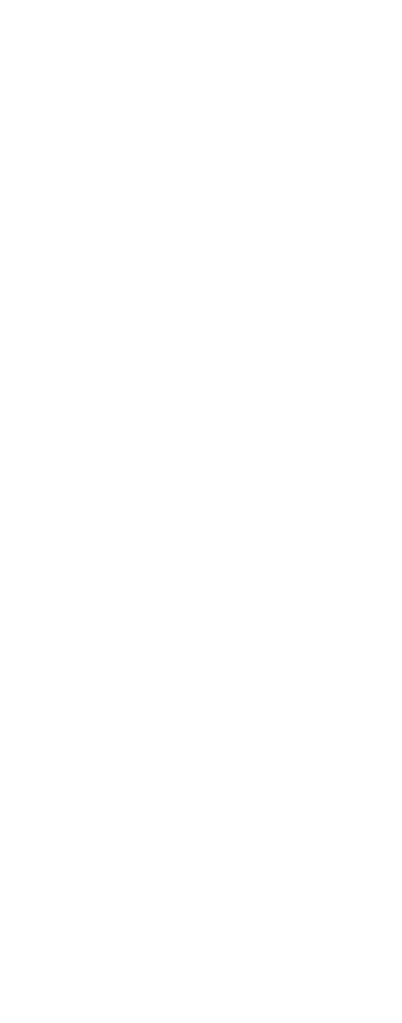
<source format=kicad_pcb>
(kicad_pcb (version 20171130) (host pcbnew "(5.0.1)-4")

  (general
    (thickness 1.6)
    (drawings 42)
    (tracks 0)
    (zones 0)
    (modules 0)
    (nets 1)
  )

  (page A4)
  (layers
    (0 F.Cu signal)
    (31 B.Cu signal)
    (32 B.Adhes user)
    (33 F.Adhes user)
    (34 B.Paste user)
    (35 F.Paste user)
    (36 B.SilkS user)
    (37 F.SilkS user)
    (38 B.Mask user)
    (39 F.Mask user)
    (40 Dwgs.User user)
    (41 Cmts.User user)
    (42 Eco1.User user)
    (43 Eco2.User user)
    (44 Edge.Cuts user)
    (45 Margin user)
    (46 B.CrtYd user)
    (47 F.CrtYd user)
    (48 B.Fab user)
    (49 F.Fab user)
  )

  (setup
    (last_trace_width 0.25)
    (trace_clearance 0.2)
    (zone_clearance 0.508)
    (zone_45_only no)
    (trace_min 0.2)
    (segment_width 0.2)
    (edge_width 0.2)
    (via_size 0.8)
    (via_drill 0.4)
    (via_min_size 0.4)
    (via_min_drill 0.3)
    (uvia_size 0.3)
    (uvia_drill 0.1)
    (uvias_allowed no)
    (uvia_min_size 0.2)
    (uvia_min_drill 0.1)
    (pcb_text_width 0.3)
    (pcb_text_size 1.5 1.5)
    (mod_edge_width 0.15)
    (mod_text_size 1 1)
    (mod_text_width 0.15)
    (pad_size 1.524 1.524)
    (pad_drill 0.762)
    (pad_to_mask_clearance 0.051)
    (solder_mask_min_width 0.25)
    (aux_axis_origin 0 0)
    (visible_elements 7FFFFFFF)
    (pcbplotparams
      (layerselection 0x010fc_ffffffff)
      (usegerberextensions false)
      (usegerberattributes false)
      (usegerberadvancedattributes false)
      (creategerberjobfile false)
      (excludeedgelayer true)
      (linewidth 0.100000)
      (plotframeref false)
      (viasonmask false)
      (mode 1)
      (useauxorigin false)
      (hpglpennumber 1)
      (hpglpenspeed 20)
      (hpglpendiameter 15.000000)
      (psnegative false)
      (psa4output false)
      (plotreference true)
      (plotvalue true)
      (plotinvisibletext false)
      (padsonsilk false)
      (subtractmaskfromsilk false)
      (outputformat 1)
      (mirror false)
      (drillshape 1)
      (scaleselection 1)
      (outputdirectory ""))
  )

  (net 0 "")

  (net_class Default "This is the default net class."
    (clearance 0.2)
    (trace_width 0.25)
    (via_dia 0.8)
    (via_drill 0.4)
    (uvia_dia 0.3)
    (uvia_drill 0.1)
  )

  (gr_circle (center 7.5 125.5) (end 9.1 125.5) (layer Eco2.User) (width 0.2) (tstamp 5EC89E55))
  (gr_circle (center 7.5 3) (end 9.1 3) (layer Eco2.User) (width 0.2))
  (gr_text Countersink (at 43.6 10.65) (layer Eco2.User)
    (effects (font (size 1.5 1.5) (thickness 0.3)))
  )
  (gr_line (start 15.85 10.75) (end 36.5 10.75) (layer Eco2.User) (width 0.2))
  (gr_circle (center 15.85 13.25) (end 18.35 13.25) (layer Eco2.User) (width 0.2))
  (gr_circle (center 22.95 113) (end 26.1 113) (layer Eco2.User) (width 0.2) (tstamp 5D8C1443))
  (gr_circle (center 7 113) (end 10.15 113) (layer Eco2.User) (width 0.2) (tstamp 5D8C1435))
  (gr_circle (center 22.95 99.05) (end 26.1 99.05) (layer Eco2.User) (width 0.2) (tstamp 5D8C1411))
  (gr_circle (center 7 99.05) (end 10.15 99.05) (layer Eco2.User) (width 0.2))
  (gr_line (start 24.05 88.15) (end 28.15 88.15) (layer Eco2.User) (width 0.2))
  (gr_line (start 24.05 82.15) (end 24.05 88.15) (layer Eco2.User) (width 0.2))
  (gr_line (start 28.15 82.15) (end 24.05 82.15) (layer Eco2.User) (width 0.2))
  (gr_line (start 28.15 88.15) (end 28.15 82.15) (layer Eco2.User) (width 0.2))
  (gr_circle (center 3.025 90.025) (end 4.6 90.025) (layer Eco2.User) (width 0.2) (tstamp 5D8C126A))
  (gr_circle (center 8.975 89.975) (end 11.7 89.975) (layer Eco2.User) (width 0.2) (tstamp 5D8C1268))
  (gr_circle (center 3.025 83.175) (end 4.6 83.175) (layer Eco2.User) (width 0.2) (tstamp 5D8C1262))
  (gr_circle (center 8.975 83.125) (end 11.7 83.125) (layer Eco2.User) (width 0.2) (tstamp 5D8C1260))
  (gr_circle (center 3.025 76.075) (end 4.6 76.075) (layer Eco2.User) (width 0.2) (tstamp 5D8C125A))
  (gr_circle (center 8.975 76.025) (end 11.7 76.025) (layer Eco2.User) (width 0.2) (tstamp 5D8C1258))
  (gr_circle (center 3.025 69.075) (end 4.6 69.075) (layer Eco2.User) (width 0.2) (tstamp 5D8C1252))
  (gr_circle (center 8.975 69.025) (end 11.7 69.025) (layer Eco2.User) (width 0.2) (tstamp 5D8C1250))
  (gr_circle (center 3.025 62.075) (end 4.6 62.075) (layer Eco2.User) (width 0.2) (tstamp 5D8C124A))
  (gr_circle (center 8.975 62.025) (end 11.7 62.025) (layer Eco2.User) (width 0.2) (tstamp 5D8C1248))
  (gr_circle (center 3.025 55.075) (end 4.6 55.075) (layer Eco2.User) (width 0.2) (tstamp 5D8C1241))
  (gr_circle (center 8.975 55.025) (end 11.7 55.025) (layer Eco2.User) (width 0.2) (tstamp 5D8C123F))
  (gr_circle (center 3.025 48.025) (end 4.6 48.025) (layer Eco2.User) (width 0.2) (tstamp 5D8C1239))
  (gr_circle (center 8.975 47.975) (end 11.7 47.975) (layer Eco2.User) (width 0.2) (tstamp 5D8C1237))
  (gr_circle (center 3.025 41.125) (end 4.6 41.125) (layer Eco2.User) (width 0.2) (tstamp 5D8C1231))
  (gr_circle (center 8.975 41.075) (end 11.7 41.075) (layer Eco2.User) (width 0.2) (tstamp 5D8C122F))
  (gr_circle (center 3.025 34.175) (end 4.6 34.175) (layer Eco2.User) (width 0.2) (tstamp 5D8C1229))
  (gr_circle (center 8.975 34.125) (end 11.7 34.125) (layer Eco2.User) (width 0.2) (tstamp 5D8C1227))
  (gr_circle (center 3.025 27.175) (end 4.6 27.175) (layer Eco2.User) (width 0.2) (tstamp 5D8C1220))
  (gr_circle (center 8.975 27.125) (end 11.7 27.125) (layer Eco2.User) (width 0.2) (tstamp 5D8C121F))
  (gr_circle (center 3.025 20.225) (end 4.6 20.225) (layer Eco2.User) (width 0.2) (tstamp 5D8C1218))
  (gr_circle (center 8.975 20.175) (end 11.7 20.175) (layer Eco2.User) (width 0.2) (tstamp 5D8C1217))
  (gr_circle (center 15.85 13.25) (end 17.4 13.25) (layer Eco2.User) (width 0.2))
  (gr_circle (center 3.025 13.275) (end 4.6 13.275) (layer Eco2.User) (width 0.2))
  (gr_circle (center 8.975 13.225) (end 11.7 13.225) (layer Eco2.User) (width 0.2))
  (gr_line (start 0 128.5) (end 0 0) (layer Eco2.User) (width 0.2))
  (gr_line (start 30 128.5) (end 0 128.5) (layer Eco2.User) (width 0.2))
  (gr_line (start 30 0) (end 30 128.5) (layer Eco2.User) (width 0.2))
  (gr_line (start 0 0) (end 30 0) (layer Eco2.User) (width 0.2))

)

</source>
